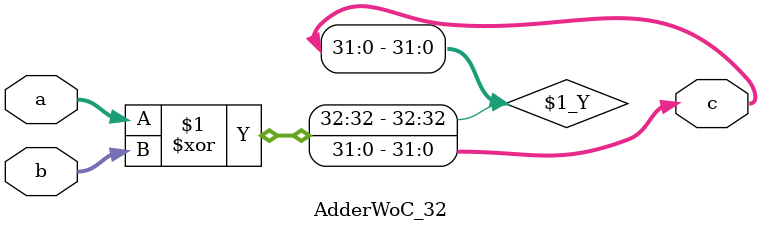
<source format=v>
module AdderWoC_32(
    input [31:0] a,
    input [32:0] b,
    output [31:0] c
);
    assign c = a ^ b;
    // ÓÉÓÚÎÞ½øÎ»£¬²ÉÈ¡°´Î»Òì»ò
endmodule
</source>
